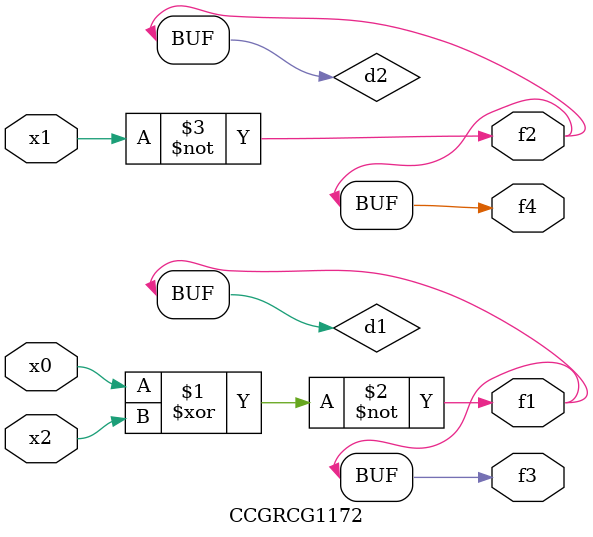
<source format=v>
module CCGRCG1172(
	input x0, x1, x2,
	output f1, f2, f3, f4
);

	wire d1, d2, d3;

	xnor (d1, x0, x2);
	nand (d2, x1);
	nor (d3, x1, x2);
	assign f1 = d1;
	assign f2 = d2;
	assign f3 = d1;
	assign f4 = d2;
endmodule

</source>
